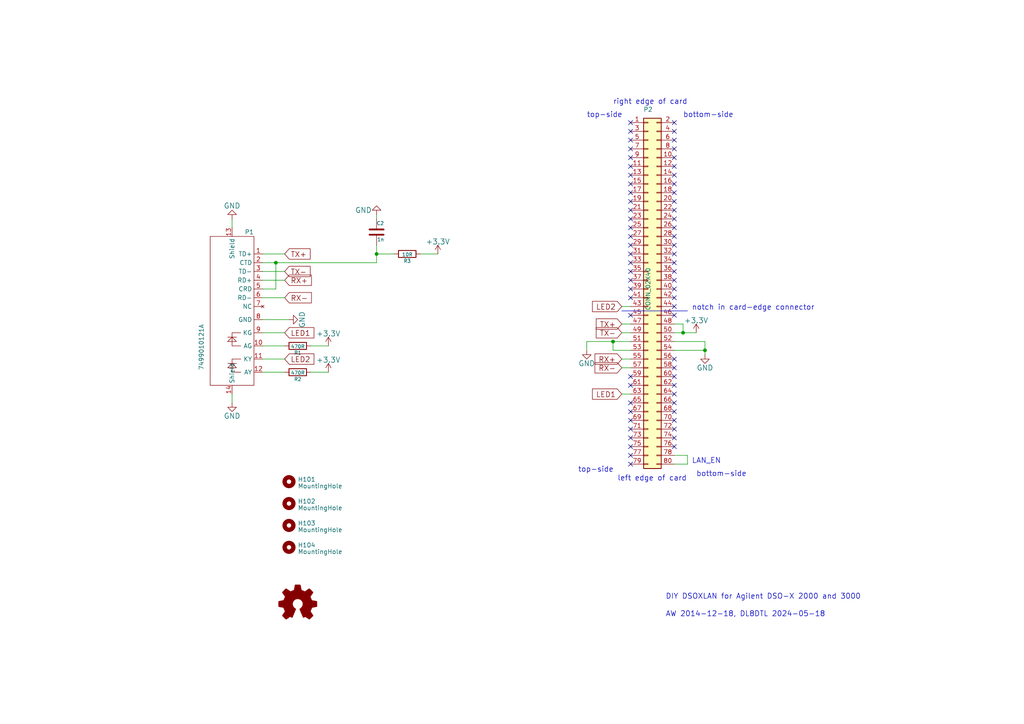
<source format=kicad_sch>
(kicad_sch (version 20230121) (generator eeschema)
  (paper "A4")
  (lib_symbols
    (symbol "Connector_Generic:Conn_02x40_Odd_Even" (pin_names (offset 1.016) hide)
      (property "Reference" "J" (at 1.27 50.8 0))
      (property "Value" "Conn_02x40_Odd_Even" (at 1.27 -53.34 0))
      (symbol "Conn_02x40_Odd_Even_1_1"
        (rectangle (start -1.27 -50.673) (end 0 -50.927) (stroke (width 0.1524)))
        (rectangle (start -1.27 -48.133) (end 0 -48.387) (stroke (width 0.1524)))
        (rectangle (start -1.27 -45.593) (end 0 -45.847) (stroke (width 0.1524)))
        (rectangle (start -1.27 -43.053) (end 0 -43.307) (stroke (width 0.1524)))
        (rectangle (start -1.27 -40.513) (end 0 -40.767) (stroke (width 0.1524)))
        (rectangle (start -1.27 -37.973) (end 0 -38.227) (stroke (width 0.1524)))
        (rectangle (start -1.27 -35.433) (end 0 -35.687) (stroke (width 0.1524)))
        (rectangle (start -1.27 -32.893) (end 0 -33.147) (stroke (width 0.1524)))
        (rectangle (start -1.27 -30.353) (end 0 -30.607) (stroke (width 0.1524)))
        (rectangle (start -1.27 -27.813) (end 0 -28.067) (stroke (width 0.1524)))
        (rectangle (start -1.27 -25.273) (end 0 -25.527) (stroke (width 0.1524)))
        (rectangle (start -1.27 -22.733) (end 0 -22.987) (stroke (width 0.1524)))
        (rectangle (start -1.27 -20.193) (end 0 -20.447) (stroke (width 0.1524)))
        (rectangle (start -1.27 -17.653) (end 0 -17.907) (stroke (width 0.1524)))
        (rectangle (start -1.27 -15.113) (end 0 -15.367) (stroke (width 0.1524)))
        (rectangle (start -1.27 -12.573) (end 0 -12.827) (stroke (width 0.1524)))
        (rectangle (start -1.27 -10.033) (end 0 -10.287) (stroke (width 0.1524)))
        (rectangle (start -1.27 -7.493) (end 0 -7.747) (stroke (width 0.1524)))
        (rectangle (start -1.27 -4.953) (end 0 -5.207) (stroke (width 0.1524)))
        (rectangle (start -1.27 -2.413) (end 0 -2.667) (stroke (width 0.1524)))
        (rectangle (start -1.27 0.127) (end 0 -0.127) (stroke (width 0.1524)))
        (rectangle (start -1.27 2.667) (end 0 2.413) (stroke (width 0.1524)))
        (rectangle (start -1.27 5.207) (end 0 4.953) (stroke (width 0.1524)))
        (rectangle (start -1.27 7.747) (end 0 7.493) (stroke (width 0.1524)))
        (rectangle (start -1.27 10.287) (end 0 10.033) (stroke (width 0.1524)))
        (rectangle (start -1.27 12.827) (end 0 12.573) (stroke (width 0.1524)))
        (rectangle (start -1.27 15.367) (end 0 15.113) (stroke (width 0.1524)))
        (rectangle (start -1.27 17.907) (end 0 17.653) (stroke (width 0.1524)))
        (rectangle (start -1.27 20.447) (end 0 20.193) (stroke (width 0.1524)))
        (rectangle (start -1.27 22.987) (end 0 22.733) (stroke (width 0.1524)))
        (rectangle (start -1.27 25.527) (end 0 25.273) (stroke (width 0.1524)))
        (rectangle (start -1.27 28.067) (end 0 27.813) (stroke (width 0.1524)))
        (rectangle (start -1.27 30.607) (end 0 30.353) (stroke (width 0.1524)))
        (rectangle (start -1.27 33.147) (end 0 32.893) (stroke (width 0.1524)))
        (rectangle (start -1.27 35.687) (end 0 35.433) (stroke (width 0.1524)))
        (rectangle (start -1.27 38.227) (end 0 37.973) (stroke (width 0.1524)))
        (rectangle (start -1.27 40.767) (end 0 40.513) (stroke (width 0.1524)))
        (rectangle (start -1.27 43.307) (end 0 43.053) (stroke (width 0.1524)))
        (rectangle (start -1.27 45.847) (end 0 45.593) (stroke (width 0.1524)))
        (rectangle (start -1.27 48.387) (end 0 48.133) (stroke (width 0.1524)))
        (rectangle (start -1.27 49.53) (end 3.81 -52.07) (stroke (width 0.254)) (fill (type background)))
        (rectangle (start 3.81 -50.673) (end 2.54 -50.927) (stroke (width 0.1524)))
        (rectangle (start 3.81 -48.133) (end 2.54 -48.387) (stroke (width 0.1524)))
        (rectangle (start 3.81 -45.593) (end 2.54 -45.847) (stroke (width 0.1524)))
        (rectangle (start 3.81 -43.053) (end 2.54 -43.307) (stroke (width 0.1524)))
        (rectangle (start 3.81 -40.513) (end 2.54 -40.767) (stroke (width 0.1524)))
        (rectangle (start 3.81 -37.973) (end 2.54 -38.227) (stroke (width 0.1524)))
        (rectangle (start 3.81 -35.433) (end 2.54 -35.687) (stroke (width 0.1524)))
        (rectangle (start 3.81 -32.893) (end 2.54 -33.147) (stroke (width 0.1524)))
        (rectangle (start 3.81 -30.353) (end 2.54 -30.607) (stroke (width 0.1524)))
        (rectangle (start 3.81 -27.813) (end 2.54 -28.067) (stroke (width 0.1524)))
        (rectangle (start 3.81 -25.273) (end 2.54 -25.527) (stroke (width 0.1524)))
        (rectangle (start 3.81 -22.733) (end 2.54 -22.987) (stroke (width 0.1524)))
        (rectangle (start 3.81 -20.193) (end 2.54 -20.447) (stroke (width 0.1524)))
        (rectangle (start 3.81 -17.653) (end 2.54 -17.907) (stroke (width 0.1524)))
        (rectangle (start 3.81 -15.113) (end 2.54 -15.367) (stroke (width 0.1524)))
        (rectangle (start 3.81 -12.573) (end 2.54 -12.827) (stroke (width 0.1524)))
        (rectangle (start 3.81 -10.033) (end 2.54 -10.287) (stroke (width 0.1524)))
        (rectangle (start 3.81 -7.493) (end 2.54 -7.747) (stroke (width 0.1524)))
        (rectangle (start 3.81 -4.953) (end 2.54 -5.207) (stroke (width 0.1524)))
        (rectangle (start 3.81 -2.413) (end 2.54 -2.667) (stroke (width 0.1524)))
        (rectangle (start 3.81 0.127) (end 2.54 -0.127) (stroke (width 0.1524)))
        (rectangle (start 3.81 2.667) (end 2.54 2.413) (stroke (width 0.1524)))
        (rectangle (start 3.81 5.207) (end 2.54 4.953) (stroke (width 0.1524)))
        (rectangle (start 3.81 7.747) (end 2.54 7.493) (stroke (width 0.1524)))
        (rectangle (start 3.81 10.287) (end 2.54 10.033) (stroke (width 0.1524)))
        (rectangle (start 3.81 12.827) (end 2.54 12.573) (stroke (width 0.1524)))
        (rectangle (start 3.81 15.367) (end 2.54 15.113) (stroke (width 0.1524)))
        (rectangle (start 3.81 17.907) (end 2.54 17.653) (stroke (width 0.1524)))
        (rectangle (start 3.81 20.447) (end 2.54 20.193) (stroke (width 0.1524)))
        (rectangle (start 3.81 22.987) (end 2.54 22.733) (stroke (width 0.1524)))
        (rectangle (start 3.81 25.527) (end 2.54 25.273) (stroke (width 0.1524)))
        (rectangle (start 3.81 28.067) (end 2.54 27.813) (stroke (width 0.1524)))
        (rectangle (start 3.81 30.607) (end 2.54 30.353) (stroke (width 0.1524)))
        (rectangle (start 3.81 33.147) (end 2.54 32.893) (stroke (width 0.1524)))
        (rectangle (start 3.81 35.687) (end 2.54 35.433) (stroke (width 0.1524)))
        (rectangle (start 3.81 38.227) (end 2.54 37.973) (stroke (width 0.1524)))
        (rectangle (start 3.81 40.767) (end 2.54 40.513) (stroke (width 0.1524)))
        (rectangle (start 3.81 43.307) (end 2.54 43.053) (stroke (width 0.1524)))
        (rectangle (start 3.81 45.847) (end 2.54 45.593) (stroke (width 0.1524)))
        (rectangle (start 3.81 48.387) (end 2.54 48.133) (stroke (width 0.1524)))
        (pin passive line (at -5.08 48.26 0) (length 3.81) (name "Pin_1") (number "1"))
        (pin passive line (at 7.62 38.1 180) (length 3.81) (name "Pin_10") (number "10"))
        (pin passive line (at -5.08 35.56 0) (length 3.81) (name "Pin_11") (number "11"))
        (pin passive line (at 7.62 35.56 180) (length 3.81) (name "Pin_12") (number "12"))
        (pin passive line (at -5.08 33.02 0) (length 3.81) (name "Pin_13") (number "13"))
        (pin passive line (at 7.62 33.02 180) (length 3.81) (name "Pin_14") (number "14"))
        (pin passive line (at -5.08 30.48 0) (length 3.81) (name "Pin_15") (number "15"))
        (pin passive line (at 7.62 30.48 180) (length 3.81) (name "Pin_16") (number "16"))
        (pin passive line (at -5.08 27.94 0) (length 3.81) (name "Pin_17") (number "17"))
        (pin passive line (at 7.62 27.94 180) (length 3.81) (name "Pin_18") (number "18"))
        (pin passive line (at -5.08 25.4 0) (length 3.81) (name "Pin_19") (number "19"))
        (pin passive line (at 7.62 48.26 180) (length 3.81) (name "Pin_2") (number "2"))
        (pin passive line (at 7.62 25.4 180) (length 3.81) (name "Pin_20") (number "20"))
        (pin passive line (at -5.08 22.86 0) (length 3.81) (name "Pin_21") (number "21"))
        (pin passive line (at 7.62 22.86 180) (length 3.81) (name "Pin_22") (number "22"))
        (pin passive line (at -5.08 20.32 0) (length 3.81) (name "Pin_23") (number "23"))
        (pin passive line (at 7.62 20.32 180) (length 3.81) (name "Pin_24") (number "24"))
        (pin passive line (at -5.08 17.78 0) (length 3.81) (name "Pin_25") (number "25"))
        (pin passive line (at 7.62 17.78 180) (length 3.81) (name "Pin_26") (number "26"))
        (pin passive line (at -5.08 15.24 0) (length 3.81) (name "Pin_27") (number "27"))
        (pin passive line (at 7.62 15.24 180) (length 3.81) (name "Pin_28") (number "28"))
        (pin passive line (at -5.08 12.7 0) (length 3.81) (name "Pin_29") (number "29"))
        (pin passive line (at -5.08 45.72 0) (length 3.81) (name "Pin_3") (number "3"))
        (pin passive line (at 7.62 12.7 180) (length 3.81) (name "Pin_30") (number "30"))
        (pin passive line (at -5.08 10.16 0) (length 3.81) (name "Pin_31") (number "31"))
        (pin passive line (at 7.62 10.16 180) (length 3.81) (name "Pin_32") (number "32"))
        (pin passive line (at -5.08 7.62 0) (length 3.81) (name "Pin_33") (number "33"))
        (pin passive line (at 7.62 7.62 180) (length 3.81) (name "Pin_34") (number "34"))
        (pin passive line (at -5.08 5.08 0) (length 3.81) (name "Pin_35") (number "35"))
        (pin passive line (at 7.62 5.08 180) (length 3.81) (name "Pin_36") (number "36"))
        (pin passive line (at -5.08 2.54 0) (length 3.81) (name "Pin_37") (number "37"))
        (pin passive line (at 7.62 2.54 180) (length 3.81) (name "Pin_38") (number "38"))
        (pin passive line (at -5.08 0 0) (length 3.81) (name "Pin_39") (number "39"))
        (pin passive line (at 7.62 45.72 180) (length 3.81) (name "Pin_4") (number "4"))
        (pin passive line (at 7.62 0 180) (length 3.81) (name "Pin_40") (number "40"))
        (pin passive line (at -5.08 -2.54 0) (length 3.81) (name "Pin_41") (number "41"))
        (pin passive line (at 7.62 -2.54 180) (length 3.81) (name "Pin_42") (number "42"))
        (pin passive line (at -5.08 -5.08 0) (length 3.81) (name "Pin_43") (number "43"))
        (pin passive line (at 7.62 -5.08 180) (length 3.81) (name "Pin_44") (number "44"))
        (pin passive line (at -5.08 -7.62 0) (length 3.81) (name "Pin_45") (number "45"))
        (pin passive line (at 7.62 -7.62 180) (length 3.81) (name "Pin_46") (number "46"))
        (pin passive line (at -5.08 -10.16 0) (length 3.81) (name "Pin_47") (number "47"))
        (pin passive line (at 7.62 -10.16 180) (length 3.81) (name "Pin_48") (number "48"))
        (pin passive line (at -5.08 -12.7 0) (length 3.81) (name "Pin_49") (number "49"))
        (pin passive line (at -5.08 43.18 0) (length 3.81) (name "Pin_5") (number "5"))
        (pin passive line (at 7.62 -12.7 180) (length 3.81) (name "Pin_50") (number "50"))
        (pin passive line (at -5.08 -15.24 0) (length 3.81) (name "Pin_51") (number "51"))
        (pin passive line (at 7.62 -15.24 180) (length 3.81) (name "Pin_52") (number "52"))
        (pin passive line (at -5.08 -17.78 0) (length 3.81) (name "Pin_53") (number "53"))
        (pin passive line (at 7.62 -17.78 180) (length 3.81) (name "Pin_54") (number "54"))
        (pin passive line (at -5.08 -20.32 0) (length 3.81) (name "Pin_55") (number "55"))
        (pin passive line (at 7.62 -20.32 180) (length 3.81) (name "Pin_56") (number "56"))
        (pin passive line (at -5.08 -22.86 0) (length 3.81) (name "Pin_57") (number "57"))
        (pin passive line (at 7.62 -22.86 180) (length 3.81) (name "Pin_58") (number "58"))
        (pin passive line (at -5.08 -25.4 0) (length 3.81) (name "Pin_59") (number "59"))
        (pin passive line (at 7.62 43.18 180) (length 3.81) (name "Pin_6") (number "6"))
        (pin passive line (at 7.62 -25.4 180) (length 3.81) (name "Pin_60") (number "60"))
        (pin passive line (at -5.08 -27.94 0) (length 3.81) (name "Pin_61") (number "61"))
        (pin passive line (at 7.62 -27.94 180) (length 3.81) (name "Pin_62") (number "62"))
        (pin passive line (at -5.08 -30.48 0) (length 3.81) (name "Pin_63") (number "63"))
        (pin passive line (at 7.62 -30.48 180) (length 3.81) (name "Pin_64") (number "64"))
        (pin passive line (at -5.08 -33.02 0) (length 3.81) (name "Pin_65") (number "65"))
        (pin passive line (at 7.62 -33.02 180) (length 3.81) (name "Pin_66") (number "66"))
        (pin passive line (at -5.08 -35.56 0) (length 3.81) (name "Pin_67") (number "67"))
        (pin passive line (at 7.62 -35.56 180) (length 3.81) (name "Pin_68") (number "68"))
        (pin passive line (at -5.08 -38.1 0) (length 3.81) (name "Pin_69") (number "69"))
        (pin passive line (at -5.08 40.64 0) (length 3.81) (name "Pin_7") (number "7"))
        (pin passive line (at 7.62 -38.1 180) (length 3.81) (name "Pin_70") (number "70"))
        (pin passive line (at -5.08 -40.64 0) (length 3.81) (name "Pin_71") (number "71"))
        (pin passive line (at 7.62 -40.64 180) (length 3.81) (name "Pin_72") (number "72"))
        (pin passive line (at -5.08 -43.18 0) (length 3.81) (name "Pin_73") (number "73"))
        (pin passive line (at 7.62 -43.18 180) (length 3.81) (name "Pin_74") (number "74"))
        (pin passive line (at -5.08 -45.72 0) (length 3.81) (name "Pin_75") (number "75"))
        (pin passive line (at 7.62 -45.72 180) (length 3.81) (name "Pin_76") (number "76"))
        (pin passive line (at -5.08 -48.26 0) (length 3.81) (name "Pin_77") (number "77"))
        (pin passive line (at 7.62 -48.26 180) (length 3.81) (name "Pin_78") (number "78"))
        (pin passive line (at -5.08 -50.8 0) (length 3.81) (name "Pin_79") (number "79"))
        (pin passive line (at 7.62 40.64 180) (length 3.81) (name "Pin_8") (number "8"))
        (pin passive line (at 7.62 -50.8 180) (length 3.81) (name "Pin_80") (number "80"))
        (pin passive line (at -5.08 38.1 0) (length 3.81) (name "Pin_9") (number "9"))
      )
    )
    (symbol "Device:C" (pin_numbers hide) (pin_names (offset 0.254))
      (property "Reference" "C" (at 0.635 2.54 0))
      (property "Value" "C" (at 0.635 -2.54 0))
      (symbol "C_0_1"
        (polyline (pts (xy -2.032 -0.762) (xy 2.032 -0.762)) (stroke (width 0.508)))
        (polyline (pts (xy -2.032 0.762) (xy 2.032 0.762)) (stroke (width 0.508)))
      )
      (symbol "C_1_1"
        (pin passive line (at 0 3.81 270) (length 2.794) (name "~") (number "1"))
        (pin passive line (at 0 -3.81 90) (length 2.794) (name "~") (number "2"))
      )
    )
    (symbol "Device:R" (pin_numbers hide) (pin_names (offset 0))
      (property "Reference" "R" (at 2.032 0 90))
      (property "Value" "R" (at 0 0 90))
      (symbol "R_0_1"
        (rectangle (start -1.016 -2.54) (end 1.016 2.54) (stroke (width 0.254)))
      )
      (symbol "R_1_1"
        (pin passive line (at 0 3.81 270) (length 1.27) (name "~") (number "1"))
        (pin passive line (at 0 -3.81 90) (length 1.27) (name "~") (number "2"))
      )
    )
    (symbol "Graphic:Logo_Open_Hardware_Small" (in_bom no) (on_board no)
      (symbol "Logo_Open_Hardware_Small_0_1"
        (polyline (pts (xy 3.3528 -4.3434) (xy 3.302 -4.318) (xy 3.175 -4.2418) (xy 2.9972 -4.1148) (xy 2.7686 -3.9624) (xy 2.54 -3.81) (xy 2.3622 -3.7084) (xy 2.2352 -3.6068) (xy 2.1844 -3.5814) (xy 2.159 -3.6068) (xy 2.0574 -3.6576) (xy 1.905 -3.7338) (xy 1.8034 -3.7846) (xy 1.6764 -3.8354) (xy 1.6002 -3.8354) (xy 1.6002 -3.8354) (xy 1.5494 -3.7338) (xy 1.4732 -3.5306) (xy 1.3462 -3.302) (xy 1.2446 -3.0226) (xy 1.1176 -2.7178) (xy 0.9652 -2.413) (xy 0.8636 -2.1082) (xy 0.7366 -1.8288) (xy 0.6604 -1.6256) (xy 0.6096 -1.4732) (xy 0.5842 -1.397) (xy 0.5842 -1.397) (xy 0.6604 -1.3208) (xy 0.7874 -1.2446) (xy 1.0414 -1.016) (xy 1.2954 -0.6858) (xy 1.4478 -0.3302) (xy 1.524 0.0762) (xy 1.4732 0.4572) (xy 1.3208 0.8128) (xy 1.0668 1.143) (xy 0.762 1.3716) (xy 0.4064 1.524) (xy 0 1.5748) (xy -0.381 1.5494) (xy -0.7366 1.397) (xy -1.0668 1.143) (xy -1.2192 0.9906) (xy -1.397 0.6604) (xy -1.524 0.3048) (xy -1.524 0.2286) (xy -1.4986 -0.1778) (xy -1.397 -0.5334) (xy -1.1938 -0.8636) (xy -0.9144 -1.143) (xy -0.8636 -1.1684) (xy -0.7366 -1.27) (xy -0.635 -1.3462) (xy -0.5842 -1.397) (xy -1.0668 -2.5908) (xy -1.143 -2.794) (xy -1.2954 -3.1242) (xy -1.397 -3.4036) (xy -1.4986 -3.6322) (xy -1.5748 -3.7846) (xy -1.6002 -3.8354) (xy -1.6002 -3.8354) (xy -1.651 -3.8354) (xy -1.7272 -3.81) (xy -1.905 -3.7338) (xy -2.0066 -3.683) (xy -2.1336 -3.6068) (xy -2.2098 -3.5814) (xy -2.2606 -3.6068) (xy -2.3622 -3.683) (xy -2.54 -3.81) (xy -2.7686 -3.9624) (xy -2.9718 -4.0894) (xy -3.1496 -4.2164) (xy -3.302 -4.318) (xy -3.3528 -4.3434) (xy -3.3782 -4.3434) (xy -3.429 -4.318) (xy -3.5306 -4.2164) (xy -3.7084 -4.064) (xy -3.937 -3.8354) (xy -3.9624 -3.81) (xy -4.1656 -3.6068) (xy -4.318 -3.4544) (xy -4.4196 -3.3274) (xy -4.445 -3.2766) (xy -4.445 -3.2766) (xy -4.4196 -3.2258) (xy -4.318 -3.0734) (xy -4.2164 -2.8956) (xy -4.064 -2.667) (xy -3.6576 -2.0828) (xy -3.8862 -1.5494) (xy -3.937 -1.3716) (xy -4.0386 -1.1684) (xy -4.0894 -1.0414) (xy -4.1148 -0.9652) (xy -4.191 -0.9398) (xy -4.318 -0.9144) (xy -4.5466 -0.8636) (xy -4.8006 -0.8128) (xy -5.0546 -0.7874) (xy -5.2578 -0.7366) (xy -5.4356 -0.7112) (xy -5.5118 -0.6858) (xy -5.5118 -0.6858) (xy -5.5372 -0.635) (xy -5.5372 -0.5588) (xy -5.5372 -0.4318) (xy -5.5626 -0.2286) (xy -5.5626 0.0762) (xy -5.5626 0.127) (xy -5.5372 0.4064) (xy -5.5372 0.635) (xy -5.5372 0.762) (xy -5.5372 0.8382) (xy -5.5372 0.8382) (xy -5.461 0.8382) (xy -5.3086 0.889) (xy -5.08 0.9144) (xy -4.826 0.9652) (xy -4.8006 0.9906) (xy -4.5466 1.0414) (xy -4.318 1.0668) (xy -4.1656 1.1176) (xy -4.0894 1.143) (xy -4.0894 1.143) (xy -4.0386 1.2446) (xy -3.9624 1.4224) (xy -3.8608 1.6256) (xy -3.7846 1.8288) (xy -3.7084 2.0066) (xy -3.6576 2.159) (xy -3.6322 2.2098) (xy -3.6322 2.2098) (xy -3.683 2.286) (xy -3.7592 2.413) (xy -3.8862 2.5908) (xy -4.064 2.8194) (xy -4.064 2.8448) (xy -4.2164 3.0734) (xy -4.3434 3.2512) (xy -4.4196 3.3782) (xy -4.445 3.4544) (xy -4.445 3.4544) (xy -4.3942 3.5052) (xy -4.2926 3.6322) (xy -4.1148 3.81) (xy -3.937 4.0132) (xy -3.8608 4.064) (xy -3.6576 4.2926) (xy -3.5052 4.4196) (xy -3.4036 4.4958) (xy -3.3528 4.5212) (xy -3.3528 4.5212) (xy -3.302 4.4704) (xy -3.1496 4.3688) (xy -2.9718 4.2418) (xy -2.7432 4.0894) (xy -2.7178 4.0894) (xy -2.4892 3.937) (xy -2.3114 3.81) (xy -2.1844 3.7084) (xy -2.1336 3.683) (xy -2.1082 3.683) (xy -2.032 3.7084) (xy -1.8542 3.7592) (xy -1.6764 3.8354) (xy -1.4732 3.937) (xy -1.27 4.0132) (xy -1.143 4.064) (xy -1.0668 4.1148) (xy -1.0668 4.1148) (xy -1.0414 4.191) (xy -1.016 4.3434) (xy -0.9652 4.572) (xy -0.9144 4.8514) (xy -0.889 4.9022) (xy -0.8382 5.1562) (xy -0.8128 5.3848) (xy -0.7874 5.5372) (xy -0.762 5.588) (xy -0.7112 5.6134) (xy -0.5842 5.6134) (xy -0.4064 5.6134) (xy -0.1524 5.6134) (xy 0.0762 5.6134) (xy 0.3302 5.6134) (xy 0.5334 5.6134) (xy 0.6858 5.588) (xy 0.7366 5.588) (xy 0.7366 5.588) (xy 0.762 5.5118) (xy 0.8128 5.334) (xy 0.8382 5.1054) (xy 0.9144 4.826) (xy 0.9144 4.7752) (xy 0.9652 4.5212) (xy 1.016 4.2926) (xy 1.0414 4.1402) (xy 1.0668 4.0894) (xy 1.0668 4.0894) (xy 1.1938 4.0386) (xy 1.3716 3.9624) (xy 1.5748 3.8608) (xy 2.0828 3.6576) (xy 2.7178 4.0894) (xy 2.7686 4.1402) (xy 2.9972 4.2926) (xy 3.175 4.4196) (xy 3.302 4.4958) (xy 3.3782 4.5212) (xy 3.3782 4.5212) (xy 3.429 4.4704) (xy 3.556 4.3434) (xy 3.7338 4.191) (xy 3.9116 3.9878) (xy 4.064 3.8354) (xy 4.2418 3.6576) (xy 4.3434 3.556) (xy 4.4196 3.4798) (xy 4.4196 3.429) (xy 4.4196 3.4036) (xy 4.3942 3.3274) (xy 4.2926 3.2004) (xy 4.1656 2.9972) (xy 4.0132 2.794) (xy 3.8862 2.5908) (xy 3.7592 2.3876) (xy 3.6576 2.2352) (xy 3.6322 2.159) (xy 3.6322 2.1336) (xy 3.683 2.0066) (xy 3.7592 1.8288) (xy 3.8608 1.6002) (xy 4.064 1.1176) (xy 4.3942 1.0414) (xy 4.5974 1.016) (xy 4.8768 0.9652) (xy 5.1308 0.9144) (xy 5.5372 0.8382) (xy 5.5626 -0.6604) (xy 5.4864 -0.6858) (xy 5.4356 -0.6858) (xy 5.2832 -0.7366) (xy 5.0546 -0.762) (xy 4.8006 -0.8128) (xy 4.5974 -0.8636) (xy 4.3688 -0.9144) (xy 4.2164 -0.9398) (xy 4.1402 -0.9398) (xy 4.1148 -0.9652) (xy 4.064 -1.0668) (xy 3.9878 -1.2446) (xy 3.9116 -1.4478) (xy 3.81 -1.651) (xy 3.7338 -1.8542) (xy 3.683 -2.0066) (xy 3.6576 -2.0828) (xy 3.683 -2.1336) (xy 3.7846 -2.2606) (xy 3.8862 -2.4638) (xy 4.0386 -2.667) (xy 4.191 -2.8956) (xy 4.318 -3.0734) (xy 4.3942 -3.2004) (xy 4.445 -3.2766) (xy 4.4196 -3.3274) (xy 4.3434 -3.429) (xy 4.1656 -3.5814) (xy 3.937 -3.8354) (xy 3.8862 -3.8608) (xy 3.683 -4.064) (xy 3.5306 -4.2164) (xy 3.4036 -4.318) (xy 3.3528 -4.3434)) (fill (type outline)))
      )
    )
    (symbol "Mechanical:MountingHole" (pin_names (offset 1.016))
      (property "Reference" "H" (at 0 5.08 0))
      (property "Value" "MountingHole" (at 0 3.175 0))
      (symbol "MountingHole_0_1"
        (circle (center 0 0) (radius 1.27) (stroke (width 1.27)))
      )
    )
    (symbol "dsoxlan:WÜRTH-7499010121A"
      (property "Reference" "P?" (at -3.81 21.59 0))
      (property "Value" "WÜRTH 7499010121A" (at -3.81 10.16 90))
      (symbol "WÜRTH-7499010121A_0_1"
        (rectangle (start -6.35 20.32) (end 6.35 -22.86))
        (polyline (pts (xy -1.27 -16.51) (xy 1.27 -16.51)))
        (polyline (pts (xy -1.27 -8.89) (xy 1.27 -8.89)))
        (polyline (pts (xy -1.27 -17.78) (xy 1.27 -17.78) (xy 0 -16.51) (xy -1.27 -17.78)))
        (polyline (pts (xy -1.27 -10.16) (xy 1.27 -10.16) (xy 0 -8.89) (xy -1.27 -10.16)))
        (polyline (pts (xy 2.54 -19.05) (xy 0 -19.05) (xy 0 -15.24) (xy 2.54 -15.24)))
        (polyline (pts (xy 2.54 -11.43) (xy 0 -11.43) (xy 0 -7.62) (xy 2.54 -7.62)))
      )
      (symbol "WÜRTH-7499010121A_1_1"
        (pin passive line (at 8.89 15.24 180) (length 2.54) (name "TD+") (number "1"))
        (pin passive line (at 8.89 -11.43 180) (length 2.54) (name "AG") (number "10"))
        (pin passive line (at 8.89 -15.24 180) (length 2.54) (name "KY") (number "11"))
        (pin passive line (at 8.89 -19.05 180) (length 2.54) (name "AY") (number "12"))
        (pin passive line (at 0 22.86 270) (length 2.54) (name "Shield") (number "13"))
        (pin passive line (at 0 -25.4 90) (length 2.54) (name "Shield") (number "14"))
        (pin passive line (at 8.89 12.7 180) (length 2.54) (name "CTD") (number "2"))
        (pin passive line (at 8.89 10.16 180) (length 2.54) (name "TD-") (number "3"))
        (pin passive line (at 8.89 7.62 180) (length 2.54) (name "RD+") (number "4"))
        (pin passive line (at 8.89 5.08 180) (length 2.54) (name "CRD") (number "5"))
        (pin passive line (at 8.89 2.54 180) (length 2.54) (name "RD-") (number "6"))
        (pin no_connect line (at 8.89 0 180) (length 2.54) (name "NC") (number "7"))
        (pin passive line (at 8.89 -3.81 180) (length 2.54) (name "GND") (number "8"))
        (pin passive line (at 8.89 -7.62 180) (length 2.54) (name "KG") (number "9"))
      )
    )
    (symbol "power:+3.3V" (power) (pin_names (offset 0))
      (property "Value" "+3.3V" (at 0 3.556 0))
      (symbol "+3.3V_0_1"
        (polyline (pts (xy -0.762 1.27) (xy 0 2.54)))
        (polyline (pts (xy 0 0) (xy 0 2.54)))
        (polyline (pts (xy 0 2.54) (xy 0.762 1.27)))
      )
      (symbol "+3.3V_1_1"
        (pin power_in line (at 0 0 90) (length 0) hide (name "+3.3V") (number "1"))
      )
    )
    (symbol "power:GND" (power) (pin_names (offset 0))
      (property "Value" "GND" (at 0 -3.81 0))
      (symbol "GND_0_1"
        (polyline (pts (xy 0 0) (xy 0 -1.27) (xy 1.27 -1.27) (xy 0 -2.54) (xy -1.27 -1.27) (xy 0 -1.27)))
      )
      (symbol "GND_1_1"
        (pin power_in line (at 0 0 270) (length 0) hide (name "GND") (number "1"))
      )
    )
  )
  (junction (at 204.47 101.6))
  (junction (at 109.22 73.66))
  (junction (at 80.01 76.2))
  (junction (at 177.8 99.06))
  (junction (at 198.12 96.52))
  (no_connect (at 195.58 68.58))
  (no_connect (at 195.58 55.88))
  (no_connect (at 182.88 55.88))
  (no_connect (at 182.88 132.08))
  (no_connect (at 195.58 114.3))
  (no_connect (at 195.58 48.26))
  (no_connect (at 195.58 45.72))
  (no_connect (at 182.88 134.62))
  (no_connect (at 195.58 83.82))
  (no_connect (at 182.88 48.26))
  (no_connect (at 182.88 73.66))
  (no_connect (at 182.88 35.56))
  (no_connect (at 182.88 81.28))
  (no_connect (at 182.88 45.72))
  (no_connect (at 182.88 119.38))
  (no_connect (at 195.58 43.18))
  (no_connect (at 195.58 76.2))
  (no_connect (at 182.88 71.12))
  (no_connect (at 182.88 76.2))
  (no_connect (at 195.58 109.22))
  (no_connect (at 195.58 40.64))
  (no_connect (at 182.88 86.36))
  (no_connect (at 195.58 60.96))
  (no_connect (at 195.58 71.12))
  (no_connect (at 195.58 58.42))
  (no_connect (at 182.88 129.54))
  (no_connect (at 195.58 35.56))
  (no_connect (at 195.58 104.14))
  (no_connect (at 182.88 43.18))
  (no_connect (at 182.88 124.46))
  (no_connect (at 195.58 127))
  (no_connect (at 195.58 106.68))
  (no_connect (at 195.58 124.46))
  (no_connect (at 195.58 91.44))
  (no_connect (at 182.88 116.84))
  (no_connect (at 195.58 81.28))
  (no_connect (at 195.58 86.36))
  (no_connect (at 182.88 58.42))
  (no_connect (at 195.58 121.92))
  (no_connect (at 182.88 63.5))
  (no_connect (at 182.88 60.96))
  (no_connect (at 182.88 109.22))
  (no_connect (at 182.88 66.04))
  (no_connect (at 182.88 121.92))
  (no_connect (at 195.58 66.04))
  (no_connect (at 195.58 116.84))
  (no_connect (at 182.88 40.64))
  (no_connect (at 182.88 111.76))
  (no_connect (at 195.58 129.54))
  (no_connect (at 182.88 50.8))
  (no_connect (at 195.58 50.8))
  (no_connect (at 195.58 63.5))
  (no_connect (at 195.58 38.1))
  (no_connect (at 195.58 88.9))
  (no_connect (at 182.88 91.44))
  (no_connect (at 195.58 78.74))
  (no_connect (at 182.88 127))
  (no_connect (at 195.58 119.38))
  (no_connect (at 182.88 83.82))
  (no_connect (at 182.88 78.74))
  (no_connect (at 182.88 38.1))
  (no_connect (at 195.58 53.34))
  (no_connect (at 182.88 53.34))
  (no_connect (at 195.58 111.76))
  (no_connect (at 195.58 73.66))
  (no_connect (at 182.88 68.58))
  (wire (pts (xy 76.2 104.14) (xy 82.55 104.14)))
  (wire (pts (xy 195.58 99.06) (xy 204.47 99.06)))
  (wire (pts (xy 109.22 62.23) (xy 109.22 63.5)))
  (wire (pts (xy 182.88 96.52) (xy 180.34 96.52)))
  (wire (pts (xy 121.92 73.66) (xy 127 73.66)))
  (wire (pts (xy 199.39 132.08) (xy 199.39 134.62)))
  (wire (pts (xy 109.22 73.66) (xy 114.3 73.66)))
  (wire (pts (xy 180.34 106.68) (xy 182.88 106.68)))
  (wire (pts (xy 76.2 76.2) (xy 80.01 76.2)))
  (wire (pts (xy 182.88 114.3) (xy 180.34 114.3)))
  (wire (pts (xy 170.18 99.06) (xy 177.8 99.06)))
  (wire (pts (xy 195.58 93.98) (xy 198.12 93.98)))
  (wire (pts (xy 76.2 78.74) (xy 82.55 78.74)))
  (wire (pts (xy 195.58 101.6) (xy 204.47 101.6)))
  (wire (pts (xy 67.31 116.84) (xy 67.31 114.3)))
  (wire (pts (xy 201.93 96.52) (xy 198.12 96.52)))
  (wire (pts (xy 204.47 101.6) (xy 204.47 102.87)))
  (wire (pts (xy 204.47 99.06) (xy 204.47 101.6)))
  (wire (pts (xy 76.2 100.33) (xy 82.55 100.33)))
  (wire (pts (xy 198.12 93.98) (xy 198.12 96.52)))
  (wire (pts (xy 76.2 96.52) (xy 82.55 96.52)))
  (wire (pts (xy 195.58 132.08) (xy 199.39 132.08)))
  (wire (pts (xy 76.2 92.71) (xy 83.82 92.71)))
  (wire (pts (xy 199.39 134.62) (xy 195.58 134.62)))
  (wire (pts (xy 76.2 81.28) (xy 82.55 81.28)))
  (wire (pts (xy 80.01 76.2) (xy 80.01 83.82)))
  (wire (pts (xy 76.2 73.66) (xy 82.55 73.66)))
  (wire (pts (xy 90.17 100.33) (xy 95.25 100.33)))
  (wire (pts (xy 177.8 99.06) (xy 182.88 99.06)))
  (wire (pts (xy 80.01 76.2) (xy 109.22 76.2)))
  (wire (pts (xy 76.2 107.95) (xy 82.55 107.95)))
  (wire (pts (xy 109.22 76.2) (xy 109.22 73.66)))
  (wire (pts (xy 198.12 96.52) (xy 195.58 96.52)))
  (polyline (pts (xy 180.34 90.17) (xy 199.39 90.17)))
  (wire (pts (xy 67.31 63.5) (xy 67.31 66.04)))
  (wire (pts (xy 109.22 71.12) (xy 109.22 73.66)))
  (wire (pts (xy 76.2 86.36) (xy 82.55 86.36)))
  (wire (pts (xy 182.88 88.9) (xy 180.34 88.9)))
  (wire (pts (xy 182.88 93.98) (xy 180.34 93.98)))
  (wire (pts (xy 170.18 99.06) (xy 170.18 101.6)))
  (wire (pts (xy 90.17 107.95) (xy 95.25 107.95)))
  (wire (pts (xy 177.8 101.6) (xy 177.8 99.06)))
  (wire (pts (xy 76.2 83.82) (xy 80.01 83.82)))
  (wire (pts (xy 182.88 101.6) (xy 177.8 101.6)))
  (wire (pts (xy 180.34 104.14) (xy 182.88 104.14)))
  (text "bottom-side" (at 201.93 138.43 0) (effects (font (size 1.524 1.524)) (justify left bottom)))
  (text "top-side" (at 170.18 34.29 0) (effects (font (size 1.524 1.524)) (justify left bottom)))
  (text "left edge of card" (at 179.07 139.7 0) (effects (font (size 1.524 1.524)) (justify left bottom)))
  (text "DIY DSOXLAN for Agilent DSO-X 2000 and 3000" (at 193.04 173.99 0) (effects (font (size 1.524 1.524)) (justify left bottom)))
  (text "AW 2014-12-18, DL8DTL 2024-05-18" (at 193.04 179.07 0) (effects (font (size 1.524 1.524)) (justify left bottom)))
  (text "right edge of card" (at 177.8 30.48 0) (effects (font (size 1.524 1.524)) (justify left bottom)))
  (text "top-side" (at 167.64 137.16 0) (effects (font (size 1.524 1.524)) (justify left bottom)))
  (text "bottom-side" (at 198.12 34.29 0) (effects (font (size 1.524 1.524)) (justify left bottom)))
  (text "notch in card-edge connector" (at 200.66 90.17 0) (effects (font (size 1.524 1.524)) (justify left bottom)))
  (text "LAN_EN" (at 200.66 134.62 0) (effects (font (size 1.524 1.524)) (justify left bottom)))
  (global_label "TX-" (shape input) (at 82.55 78.74 0) (effects (font (size 1.524 1.524))) (property "Intersheetrefs" "${INTERSHEET_REFS}" (effects hide)))
  (global_label "LED2" (shape input) (at 180.34 88.9 180) (effects (font (size 1.524 1.524))) (property "Intersheetrefs" "${INTERSHEET_REFS}" (effects hide)))
  (global_label "RX+" (shape input) (at 180.34 104.14 180) (effects (font (size 1.524 1.524))) (property "Intersheetrefs" "${INTERSHEET_REFS}" (effects hide)))
  (global_label "TX-" (shape input) (at 180.34 96.52 180) (effects (font (size 1.524 1.524))) (property "Intersheetrefs" "${INTERSHEET_REFS}" (effects hide)))
  (global_label "RX-" (shape input) (at 180.34 106.68 180) (effects (font (size 1.524 1.524))) (property "Intersheetrefs" "${INTERSHEET_REFS}" (effects hide)))
  (global_label "RX+" (shape input) (at 82.55 81.28 0) (effects (font (size 1.524 1.524))) (property "Intersheetrefs" "${INTERSHEET_REFS}" (effects hide)))
  (global_label "LED1" (shape input) (at 180.34 114.3 180) (effects (font (size 1.524 1.524))) (property "Intersheetrefs" "${INTERSHEET_REFS}" (effects hide)))
  (global_label "TX+" (shape input) (at 82.55 73.66 0) (effects (font (size 1.524 1.524))) (property "Intersheetrefs" "${INTERSHEET_REFS}" (effects hide)))
  (global_label "RX-" (shape input) (at 82.55 86.36 0) (effects (font (size 1.524 1.524))) (property "Intersheetrefs" "${INTERSHEET_REFS}" (effects hide)))
  (global_label "LED1" (shape input) (at 82.55 96.52 0) (effects (font (size 1.524 1.524))) (property "Intersheetrefs" "${INTERSHEET_REFS}" (effects hide)))
  (global_label "TX+" (shape input) (at 180.34 93.98 180) (effects (font (size 1.524 1.524))) (property "Intersheetrefs" "${INTERSHEET_REFS}" (effects hide)))
  (global_label "LED2" (shape input) (at 82.55 104.14 0) (effects (font (size 1.524 1.524))) (property "Intersheetrefs" "${INTERSHEET_REFS}" (effects hide)))
  (symbol (lib_id "power:GND") (at 67.31 116.84 0) (unit 1)
    (property "Reference" "#PWR01" (effects hide))
    (property "Value" "GND" (at 67.31 120.65 0) (effects (font (size 1.524 1.524))))
  )
  (symbol (lib_id "Device:R") (at 86.36 107.95 270) (unit 1)
    (property "Reference" "R2" (at 86.36 109.982 90) (effects (font (size 1.016 1.016))))
    (property "Value" "470R" (at 86.3854 108.1278 90) (effects (font (size 1.016 1.016))))
    (property "Footprint" "Resistor_SMD:R_0805_2012Metric_Pad1.20x1.40mm_HandSolder" (effects hide))
  )
  (symbol (lib_id "Device:R") (at 86.36 100.33 270) (unit 1)
    (property "Reference" "R1" (at 86.36 102.362 90) (effects (font (size 1.016 1.016))))
    (property "Value" "470R" (at 86.3854 100.5078 90) (effects (font (size 1.016 1.016))))
    (property "Footprint" "Resistor_SMD:R_0805_2012Metric_Pad1.20x1.40mm_HandSolder" (effects hide))
  )
  (symbol (lib_id "power:+3.3V") (at 95.25 100.33 0) (unit 1)
    (property "Reference" "#PWR02" (effects hide))
    (property "Value" "+3V3" (at 95.25 96.774 0) (effects (font (size 1.524 1.524))))
  )
  (symbol (lib_id "power:+3.3V") (at 95.25 107.95 0) (unit 1)
    (property "Reference" "#PWR03" (effects hide))
    (property "Value" "+3V3" (at 95.25 104.394 0) (effects (font (size 1.524 1.524))))
  )
  (symbol (lib_id "Device:C") (at 109.22 67.31 0) (unit 1)
    (property "Reference" "C2" (at 109.22 64.77 0) (effects (font (size 1.016 1.016)) (justify left)))
    (property "Value" "1n" (at 109.3724 69.469 0) (effects (font (size 1.016 1.016)) (justify left)))
    (property "Footprint" "Capacitor_SMD:C_0805_2012Metric_Pad1.18x1.45mm_HandSolder" (effects hide))
  )
  (symbol (lib_id "power:GND") (at 109.22 62.23 180) (unit 1)
    (property "Reference" "#PWR05" (effects hide))
    (property "Value" "GND" (at 105.41 60.96 0) (effects (font (size 1.524 1.524))))
  )
  (symbol (lib_id "Device:R") (at 118.11 73.66 270) (unit 1)
    (property "Reference" "R3" (at 118.11 75.692 90) (effects (font (size 1.016 1.016))))
    (property "Value" "10R" (at 118.1354 73.8378 90) (effects (font (size 1.016 1.016))))
    (property "Footprint" "Resistor_SMD:R_0805_2012Metric_Pad1.20x1.40mm_HandSolder" (effects hide))
  )
  (symbol (lib_id "power:+3.3V") (at 127 73.66 0) (unit 1)
    (property "Reference" "#PWR06" (effects hide))
    (property "Value" "+3V3" (at 127 70.104 0) (effects (font (size 1.524 1.524))))
  )
  (symbol (lib_id "Connector_Generic:Conn_02x40_Odd_Even") (at 187.96 83.82 0) (unit 1)
    (property "Reference" "P2" (at 187.96 31.75 0))
    (property "Value" "CONN_02X40" (at 187.96 83.82 90))
    (property "Footprint" "DSOXLAN:cardedge_40x2" (effects hide))
  )
  (symbol (lib_id "power:GND") (at 170.18 101.6 0) (unit 1)
    (property "Reference" "#PWR07" (effects hide))
    (property "Value" "GND" (at 170.18 105.41 0) (effects (font (size 1.524 1.524))))
  )
  (symbol (lib_id "power:GND") (at 204.47 102.87 0) (unit 1)
    (property "Reference" "#PWR08" (effects hide))
    (property "Value" "GND" (at 204.47 106.68 0) (effects (font (size 1.524 1.524))))
  )
  (symbol (lib_id "power:+3.3V") (at 201.93 96.52 0) (unit 1)
    (property "Reference" "#PWR09" (effects hide))
    (property "Value" "+3V3" (at 201.93 92.964 0) (effects (font (size 1.524 1.524))))
  )
  (symbol (lib_id "power:GND") (at 67.31 63.5 180) (unit 1)
    (property "Reference" "#PWR010" (effects hide))
    (property "Value" "GND" (at 67.31 59.69 0) (effects (font (size 1.524 1.524))))
  )
  (symbol (lib_id "Mechanical:MountingHole") (at 83.82 139.7 0) (unit 1)
    (property "Reference" "H101" (at 86.36 139.0563 0) (effects (justify left)))
    (property "Value" "MountingHole" (at 86.36 140.9773 0) (effects (justify left)))
    (property "Footprint" "MountingHole:MountingHole_3.2mm_M3_ISO7380" (effects hide))
  )
  (symbol (lib_id "power:GND") (at 83.82 92.71 90) (unit 1)
    (property "Reference" "#PWR0101" (effects hide))
    (property "Value" "GND" (at 87.63 92.71 0) (effects (font (size 1.524 1.524))))
  )
  (symbol (lib_id "Mechanical:MountingHole") (at 83.82 158.75 0) (unit 1)
    (property "Reference" "H104" (at 86.36 158.1063 0) (effects (justify left)))
    (property "Value" "MountingHole" (at 86.36 160.0273 0) (effects (justify left)))
    (property "Footprint" "MountingHole:MountingHole_3.2mm_M3_ISO7380" (effects hide))
  )
  (symbol (lib_id "Mechanical:MountingHole") (at 83.82 146.05 0) (unit 1)
    (property "Reference" "H102" (at 86.36 145.4063 0) (effects (justify left)))
    (property "Value" "MountingHole" (at 86.36 147.3273 0) (effects (justify left)))
    (property "Footprint" "MountingHole:MountingHole_3.2mm_M3_ISO7380" (effects hide))
  )
  (symbol (lib_id "dsoxlan:WÜRTH-7499010121A") (at 67.31 88.9 0) (unit 1)
    (property "Reference" "P1" (at 73.66 67.31 0) (effects (justify right)))
    (property "Value" "7499010121A" (at 58.42 93.98 90) (effects (justify right)))
    (property "Footprint" "DSOXLAN:WURTH-7499010121A" (effects hide))
    (property "Datasheet" "https://www.we-online.com/components/products/datasheet/7499010121A.pdf" (effects hide))
  )
  (symbol (lib_id "Graphic:Logo_Open_Hardware_Small") (at 86.36 175.26 0) (unit 1) (in_bom no)
    (property "Reference" "SYM101" (effects hide))
    (property "Value" "Logo_Open_Hardware_Small" (effects hide))
    (property "Footprint" "Symbol:OSHW-Symbol_6.7x6mm_Copper" (effects hide))
    (property "Sim.Enable" "0" (effects hide))
  )
  (symbol (lib_id "Mechanical:MountingHole") (at 83.82 152.4 0) (unit 1)
    (property "Reference" "H103" (at 86.36 151.7563 0) (effects (justify left)))
    (property "Value" "MountingHole" (at 86.36 153.6773 0) (effects (justify left)))
    (property "Footprint" "MountingHole:MountingHole_3.2mm_M3_ISO7380" (effects hide))
  )
)
</source>
